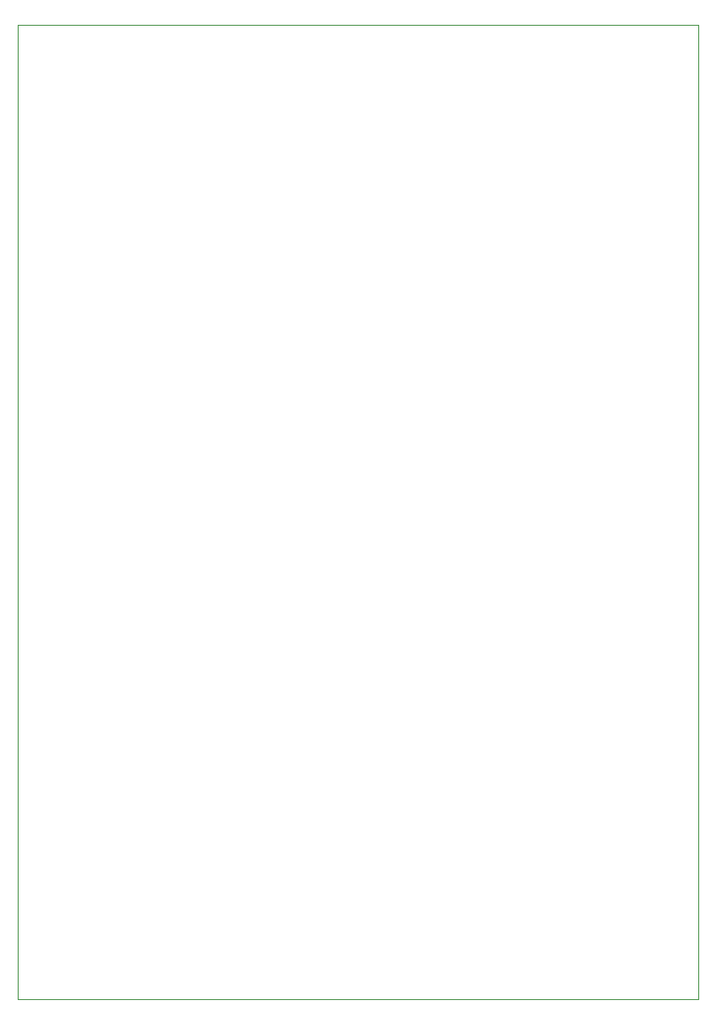
<source format=gbr>
%TF.GenerationSoftware,KiCad,Pcbnew,(6.0.7)*%
%TF.CreationDate,2023-01-12T16:49:01-05:00*%
%TF.ProjectId,Phoenix612_Stage_3_PA_Testing_v1,50686f65-6e69-4783-9631-325f53746167,rev?*%
%TF.SameCoordinates,Original*%
%TF.FileFunction,Profile,NP*%
%FSLAX46Y46*%
G04 Gerber Fmt 4.6, Leading zero omitted, Abs format (unit mm)*
G04 Created by KiCad (PCBNEW (6.0.7)) date 2023-01-12 16:49:01*
%MOMM*%
%LPD*%
G01*
G04 APERTURE LIST*
%TA.AperFunction,Profile*%
%ADD10C,0.100000*%
%TD*%
G04 APERTURE END LIST*
D10*
X141681200Y-32639000D02*
X76631800Y-32639000D01*
X76631800Y-32639000D02*
X76631800Y-125628400D01*
X76631800Y-125628400D02*
X141681200Y-125628400D01*
X141681200Y-125628400D02*
X141681200Y-32639000D01*
M02*

</source>
